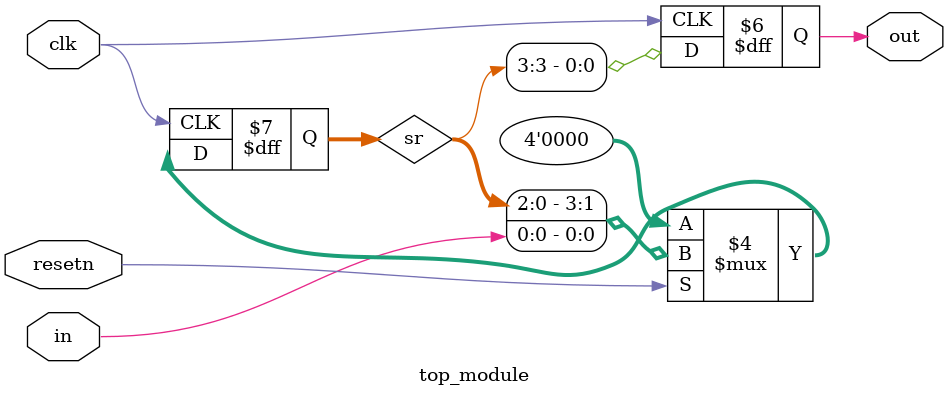
<source format=sv>
module top_module (
    input clk,
    input resetn,
    input in,
    output reg out
);

reg [3:0] sr; // 4-bit shift register

always @(posedge clk) begin
    if (~resetn) begin
        sr <= 4'b0; // Reset the shift register to all zeros
    end
    else begin
        sr <= {sr[2:0], in}; // Shift left by one bit and load input into LSB
    end
    out <= sr[3]; // Output the most significant bit of the shift register
end

endmodule

</source>
